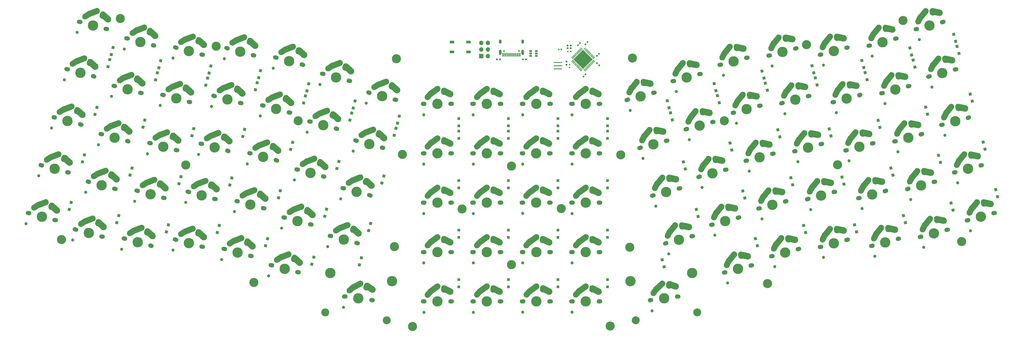
<source format=gbr>
%TF.GenerationSoftware,KiCad,Pcbnew,(5.99.0-12367-g21313a4c1a)*%
%TF.CreationDate,2021-09-16T13:14:42+01:00*%
%TF.ProjectId,superlyra,73757065-726c-4797-9261-2e6b69636164,0.1*%
%TF.SameCoordinates,Original*%
%TF.FileFunction,Soldermask,Top*%
%TF.FilePolarity,Negative*%
%FSLAX46Y46*%
G04 Gerber Fmt 4.6, Leading zero omitted, Abs format (unit mm)*
G04 Created by KiCad (PCBNEW (5.99.0-12367-g21313a4c1a)) date 2021-09-16 13:14:42*
%MOMM*%
%LPD*%
G01*
G04 APERTURE LIST*
G04 Aperture macros list*
%AMRoundRect*
0 Rectangle with rounded corners*
0 $1 Rounding radius*
0 $2 $3 $4 $5 $6 $7 $8 $9 X,Y pos of 4 corners*
0 Add a 4 corners polygon primitive as box body*
4,1,4,$2,$3,$4,$5,$6,$7,$8,$9,$2,$3,0*
0 Add four circle primitives for the rounded corners*
1,1,$1+$1,$2,$3*
1,1,$1+$1,$4,$5*
1,1,$1+$1,$6,$7*
1,1,$1+$1,$8,$9*
0 Add four rect primitives between the rounded corners*
20,1,$1+$1,$2,$3,$4,$5,0*
20,1,$1+$1,$4,$5,$6,$7,0*
20,1,$1+$1,$6,$7,$8,$9,0*
20,1,$1+$1,$8,$9,$2,$3,0*%
%AMHorizOval*
0 Thick line with rounded ends*
0 $1 width*
0 $2 $3 position (X,Y) of the first rounded end (center of the circle)*
0 $4 $5 position (X,Y) of the second rounded end (center of the circle)*
0 Add line between two ends*
20,1,$1,$2,$3,$4,$5,0*
0 Add two circle primitives to create the rounded ends*
1,1,$1,$2,$3*
1,1,$1,$4,$5*%
%AMRotRect*
0 Rectangle, with rotation*
0 The origin of the aperture is its center*
0 $1 length*
0 $2 width*
0 $3 Rotation angle, in degrees counterclockwise*
0 Add horizontal line*
21,1,$1,$2,0,0,$3*%
G04 Aperture macros list end*
%ADD10RotRect,0.600000X0.500000X45.000000*%
%ADD11RotRect,0.600000X0.500000X225.000000*%
%ADD12R,0.600000X0.500000*%
%ADD13R,1.700000X1.700000*%
%ADD14O,1.700000X1.700000*%
%ADD15RoundRect,0.160000X0.197500X0.160000X-0.197500X0.160000X-0.197500X-0.160000X0.197500X-0.160000X0*%
%ADD16RoundRect,0.160000X-0.160000X0.197500X-0.160000X-0.197500X0.160000X-0.197500X0.160000X0.197500X0*%
%ADD17RoundRect,0.160000X0.252791X-0.026517X-0.026517X0.252791X-0.252791X0.026517X0.026517X-0.252791X0*%
%ADD18RoundRect,0.160000X-0.197500X-0.160000X0.197500X-0.160000X0.197500X0.160000X-0.197500X0.160000X0*%
%ADD19RoundRect,0.062500X-0.380070X0.291682X0.291682X-0.380070X0.380070X-0.291682X-0.291682X0.380070X0*%
%ADD20RoundRect,0.062500X-0.380070X-0.291682X-0.291682X-0.380070X0.380070X0.291682X0.291682X0.380070X0*%
%ADD21RotRect,5.200000X5.200000X315.000000*%
%ADD22R,1.060000X0.650000*%
%ADD23C,3.987800*%
%ADD24C,1.700000*%
%ADD25C,3.048000*%
%ADD26C,1.750000*%
%ADD27C,1.200000*%
%ADD28HorizOval,2.250000X0.057457X0.284954X-0.057457X-0.284954X0*%
%ADD29C,2.250000*%
%ADD30HorizOval,2.500000X1.030158X-0.708008X-1.030158X0.708008X0*%
%ADD31C,2.000000*%
%ADD32HorizOval,2.300000X1.406107X0.763454X-1.406107X-0.763454X0*%
%ADD33HorizOval,2.250000X0.744677X0.638265X-0.744677X-0.638265X0*%
%ADD34HorizOval,2.500000X1.178302X-0.417259X-1.178302X0.417259X0*%
%ADD35HorizOval,2.250000X-0.018253X0.290115X0.018253X-0.290115X0*%
%ADD36HorizOval,2.300000X1.160599X1.101367X-1.160599X-1.101367X0*%
%ADD37HorizOval,2.250000X0.554107X0.809253X-0.554107X-0.809253X0*%
%ADD38HorizOval,2.500000X0.928931X-0.836413X-0.928931X0.836413X0*%
%ADD39HorizOval,2.250000X0.094159X0.275017X-0.094159X-0.275017X0*%
%ADD40HorizOval,2.300000X1.493729X0.573389X-1.493729X-0.573389X0*%
%ADD41HorizOval,2.250000X0.821616X0.535605X-0.821616X-0.535605X0*%
%ADD42HorizOval,2.500000X1.113758X-0.567488X-1.113758X0.567488X0*%
%ADD43HorizOval,2.250000X0.019771X0.290016X-0.019771X-0.290016X0*%
%ADD44HorizOval,2.250000X0.654995X0.730004X-0.654995X-0.730004X0*%
%ADD45HorizOval,2.300000X1.294427X0.940456X-1.294427X-0.940456X0*%
%ADD46HorizOval,2.500000X1.222685X-0.259890X-1.222685X0.259890X0*%
%ADD47HorizOval,2.250000X-0.055964X0.285251X0.055964X-0.285251X0*%
%ADD48HorizOval,2.300000X1.006913X1.243434X-1.006913X-1.243434X0*%
%ADD49HorizOval,2.250000X0.443738X0.874655X-0.443738X-0.874655X0*%
%ADD50C,0.650000*%
%ADD51R,0.600000X1.450000*%
%ADD52R,0.300000X1.450000*%
%ADD53O,1.000000X2.100000*%
%ADD54O,1.000000X1.600000*%
%ADD55R,1.700000X1.000000*%
%ADD56RotRect,1.100000X1.100000X75.000000*%
%ADD57R,1.100000X1.100000*%
%ADD58RotRect,1.100000X1.100000X105.000000*%
%ADD59RotRect,1.100000X1.100000X255.000000*%
%ADD60RotRect,1.100000X1.100000X285.000000*%
%ADD61RoundRect,0.147500X0.147500X0.172500X-0.147500X0.172500X-0.147500X-0.172500X0.147500X-0.172500X0*%
%ADD62C,3.500000*%
%ADD63R,0.500000X0.600000*%
%ADD64R,3.200000X0.400000*%
G04 APERTURE END LIST*
D10*
%TO.C,C2*%
X238381091Y-78688909D03*
X239158909Y-77911091D03*
%TD*%
%TO.C,C3*%
X242771091Y-83218909D03*
X243548909Y-82441091D03*
%TD*%
D11*
%TO.C,C4*%
X238418909Y-90371091D03*
X237641091Y-91148909D03*
%TD*%
D12*
%TO.C,C5*%
X232706000Y-81534000D03*
X231606000Y-81534000D03*
%TD*%
D13*
%TO.C,J2*%
X198374000Y-83312000D03*
D14*
X200914000Y-83312000D03*
X198374000Y-80772000D03*
X200914000Y-80772000D03*
X198374000Y-78232000D03*
X200914000Y-78232000D03*
%TD*%
D15*
%TO.C,R1*%
X232753500Y-80264000D03*
X231558500Y-80264000D03*
%TD*%
%TO.C,R2*%
X232753500Y-79248000D03*
X231558500Y-79248000D03*
%TD*%
D16*
%TO.C,R3*%
X231140000Y-85381500D03*
X231140000Y-86576500D03*
%TD*%
D17*
%TO.C,R4*%
X243612496Y-86822496D03*
X242767504Y-85977504D03*
%TD*%
D15*
%TO.C,R5*%
X215537500Y-84530000D03*
X214342500Y-84530000D03*
%TD*%
D18*
%TO.C,R6*%
X204352500Y-84540000D03*
X205547500Y-84540000D03*
%TD*%
D19*
%TO.C,U1*%
X236897798Y-80454264D03*
X236544245Y-80807818D03*
X236190691Y-81161371D03*
X235837138Y-81514924D03*
X235483585Y-81868478D03*
X235130031Y-82222031D03*
X234776478Y-82575585D03*
X234422924Y-82929138D03*
X234069371Y-83282691D03*
X233715818Y-83636245D03*
X233362264Y-83989798D03*
D20*
X233362264Y-85174202D03*
X233715818Y-85527755D03*
X234069371Y-85881309D03*
X234422924Y-86234862D03*
X234776478Y-86588415D03*
X235130031Y-86941969D03*
X235483585Y-87295522D03*
X235837138Y-87649076D03*
X236190691Y-88002629D03*
X236544245Y-88356182D03*
X236897798Y-88709736D03*
D19*
X238082202Y-88709736D03*
X238435755Y-88356182D03*
X238789309Y-88002629D03*
X239142862Y-87649076D03*
X239496415Y-87295522D03*
X239849969Y-86941969D03*
X240203522Y-86588415D03*
X240557076Y-86234862D03*
X240910629Y-85881309D03*
X241264182Y-85527755D03*
X241617736Y-85174202D03*
D20*
X241617736Y-83989798D03*
X241264182Y-83636245D03*
X240910629Y-83282691D03*
X240557076Y-82929138D03*
X240203522Y-82575585D03*
X239849969Y-82222031D03*
X239496415Y-81868478D03*
X239142862Y-81514924D03*
X238789309Y-81161371D03*
X238435755Y-80807818D03*
X238082202Y-80454264D03*
D21*
X237490000Y-84582000D03*
%TD*%
D22*
%TO.C,U2*%
X217340000Y-81346000D03*
X217340000Y-82296000D03*
X217340000Y-83246000D03*
X219540000Y-83246000D03*
X219540000Y-82296000D03*
X219540000Y-81346000D03*
%TD*%
D10*
%TO.C,C1*%
X235531091Y-79108909D03*
X236308909Y-78331091D03*
%TD*%
D23*
%TO.C,SW79*%
X140371625Y-166787401D03*
D24*
X156582947Y-177247894D03*
D25*
X138382406Y-181897021D03*
D23*
X151130000Y-176530000D03*
D26*
X146093460Y-175866927D03*
D27*
X145406448Y-180012722D03*
D25*
X162054143Y-185013464D03*
D26*
X156166540Y-177193073D03*
D24*
X145677053Y-175812106D03*
D23*
X164043362Y-169903844D03*
D28*
X154253437Y-172109860D03*
D29*
X154311343Y-171824997D03*
D30*
X155504171Y-172494419D03*
D31*
X156583224Y-173415140D03*
D30*
X155504171Y-172494419D03*
D32*
X150500784Y-171579519D03*
D33*
X148428809Y-172876160D03*
D32*
X150500784Y-171579519D03*
D29*
X149173493Y-172237905D03*
D31*
X151900105Y-170680475D03*
%TD*%
D27*
%TO.C,SW84*%
X263977868Y-181375415D03*
D23*
X279363375Y-166787401D03*
D25*
X257680857Y-185013464D03*
X281352594Y-181897021D03*
D26*
X273641540Y-175866927D03*
D24*
X263152053Y-177247894D03*
D26*
X263568460Y-177193073D03*
D23*
X255691638Y-169903844D03*
X268605000Y-176530000D03*
D24*
X274057947Y-175812106D03*
D29*
X270460197Y-171161924D03*
D34*
X271785639Y-171499809D03*
D31*
X273066225Y-172109879D03*
D34*
X271785639Y-171499809D03*
D35*
X270477991Y-171452068D03*
D36*
X266715946Y-171911055D03*
X266715946Y-171911055D03*
D37*
X265050166Y-173699782D03*
D29*
X265604283Y-172890536D03*
D31*
X267834895Y-170680475D03*
%TD*%
D26*
%TO.C,SW1*%
X54075933Y-72808264D03*
D27*
X43039857Y-74199316D03*
D26*
X44262127Y-70178662D03*
D24*
X43856438Y-70069958D03*
X54481622Y-72916968D03*
D23*
X49169030Y-71493463D03*
D38*
X53966788Y-68308696D03*
D29*
X52937282Y-67243960D03*
D31*
X54982172Y-69117040D03*
D38*
X53966788Y-68308696D03*
D39*
X52842689Y-67518827D03*
D40*
X49191365Y-66503205D03*
X49191365Y-66503205D03*
D29*
X47789492Y-66982712D03*
D41*
X46967869Y-67518306D03*
D31*
X50696062Y-65794501D03*
%TD*%
D26*
%TO.C,SW2*%
X72233932Y-79163835D03*
D27*
X61197856Y-80554887D03*
D23*
X67327029Y-77849034D03*
D26*
X62420126Y-76534233D03*
D24*
X72639621Y-79272539D03*
X62014437Y-76425529D03*
D38*
X72124787Y-74664267D03*
D31*
X73140171Y-75472611D03*
D38*
X72124787Y-74664267D03*
D39*
X71000688Y-73874398D03*
D29*
X71095281Y-73599531D03*
D40*
X67349364Y-72858776D03*
D29*
X65947491Y-73338283D03*
D40*
X67349364Y-72858776D03*
D41*
X65125868Y-73873877D03*
D31*
X68854061Y-72150072D03*
%TD*%
D27*
%TO.C,SW3*%
X79894380Y-84064145D03*
D23*
X86023553Y-81358292D03*
D26*
X90930456Y-82673093D03*
D24*
X80710961Y-79934787D03*
X91336145Y-82781797D03*
D26*
X81116650Y-80043491D03*
D38*
X90821311Y-78173525D03*
X90821311Y-78173525D03*
D29*
X89791805Y-77108789D03*
D39*
X89697212Y-77383656D03*
D31*
X91836695Y-78981869D03*
D40*
X86045888Y-76368034D03*
D29*
X84644015Y-76847541D03*
D40*
X86045888Y-76368034D03*
D41*
X83822392Y-77383135D03*
D31*
X87550585Y-75659330D03*
%TD*%
D24*
%TO.C,SW4*%
X100422124Y-80203996D03*
D26*
X100827813Y-80312700D03*
X110641619Y-82942302D03*
D23*
X105734716Y-81627501D03*
D24*
X111047308Y-83051006D03*
D27*
X99605543Y-84333354D03*
D38*
X110532474Y-78442734D03*
D39*
X109408375Y-77652865D03*
D31*
X111547858Y-79251078D03*
D38*
X110532474Y-78442734D03*
D29*
X109502968Y-77377998D03*
D40*
X105757051Y-76637243D03*
D31*
X107261748Y-75928539D03*
D29*
X104355178Y-77116750D03*
D41*
X103533555Y-77652344D03*
D40*
X105757051Y-76637243D03*
%TD*%
D24*
%TO.C,SW5*%
X119194668Y-83809695D03*
D27*
X118378087Y-87939053D03*
D24*
X129819852Y-86656705D03*
D23*
X124507260Y-85233200D03*
D26*
X129414163Y-86548001D03*
X119600357Y-83918399D03*
D29*
X128275512Y-80983697D03*
D38*
X129305018Y-82048433D03*
X129305018Y-82048433D03*
D39*
X128180919Y-81258564D03*
D31*
X130320402Y-82856777D03*
D29*
X123127722Y-80722449D03*
D40*
X124529595Y-80242942D03*
D31*
X126034292Y-79534238D03*
D40*
X124529595Y-80242942D03*
D41*
X122306099Y-81258043D03*
%TD*%
D24*
%TO.C,SW6*%
X147844394Y-92910124D03*
D23*
X142531802Y-91486619D03*
D26*
X137624899Y-90171818D03*
D27*
X136402629Y-94192472D03*
D24*
X137219210Y-90063114D03*
D26*
X147438705Y-92801420D03*
D31*
X148344944Y-89110196D03*
D38*
X147329560Y-88301852D03*
D39*
X146205461Y-87511983D03*
D38*
X147329560Y-88301852D03*
D29*
X146300054Y-87237116D03*
D41*
X140330641Y-87511462D03*
D31*
X144058834Y-85787657D03*
D40*
X142554137Y-86496361D03*
X142554137Y-86496361D03*
D29*
X141152264Y-86975868D03*
%TD*%
D24*
%TO.C,SW7*%
X165584699Y-100158943D03*
D27*
X154142934Y-101441291D03*
D23*
X160272107Y-98735438D03*
D26*
X155365204Y-97420637D03*
X165179010Y-100050239D03*
D24*
X154959515Y-97311933D03*
D29*
X164040359Y-94485935D03*
D38*
X165069865Y-95550671D03*
X165069865Y-95550671D03*
D31*
X166085249Y-96359015D03*
D39*
X163945766Y-94760802D03*
D31*
X161799139Y-93036476D03*
D41*
X158070946Y-94760281D03*
D40*
X160294442Y-93745180D03*
D29*
X158892569Y-94224687D03*
D40*
X160294442Y-93745180D03*
%TD*%
D24*
%TO.C,SW8*%
X175980027Y-101668860D03*
D26*
X186560027Y-101668860D03*
D27*
X176260027Y-105868860D03*
D26*
X176400027Y-101668860D03*
D24*
X186980027Y-101668860D03*
D23*
X181480027Y-101668860D03*
D42*
X185290027Y-97350860D03*
D43*
X183999798Y-96878844D03*
D29*
X184020027Y-96588860D03*
D42*
X185290027Y-97350860D03*
D31*
X186480027Y-97868860D03*
X181480027Y-95768860D03*
D44*
X178325022Y-98398856D03*
D45*
X180210027Y-96842860D03*
D29*
X178980027Y-97668860D03*
D45*
X180210027Y-96842860D03*
%TD*%
D23*
%TO.C,SW9*%
X200463938Y-101669622D03*
D27*
X195243938Y-105869622D03*
D26*
X195383938Y-101669622D03*
D24*
X205963938Y-101669622D03*
D26*
X205543938Y-101669622D03*
D24*
X194963938Y-101669622D03*
D29*
X203003938Y-96589622D03*
D42*
X204273938Y-97351622D03*
D43*
X202983709Y-96879606D03*
D42*
X204273938Y-97351622D03*
D31*
X205463938Y-97869622D03*
D44*
X197308933Y-98399618D03*
D45*
X199193938Y-96843622D03*
D31*
X200463938Y-95769622D03*
D29*
X197963938Y-97669622D03*
D45*
X199193938Y-96843622D03*
%TD*%
D26*
%TO.C,SW10*%
X224548099Y-101669850D03*
X214388099Y-101669850D03*
D24*
X213968099Y-101669850D03*
D27*
X214248099Y-105869850D03*
D23*
X219468099Y-101669850D03*
D24*
X224968099Y-101669850D03*
D29*
X222008099Y-96589850D03*
D31*
X224468099Y-97869850D03*
D42*
X223278099Y-97351850D03*
X223278099Y-97351850D03*
D43*
X221987870Y-96879834D03*
D45*
X218198099Y-96843850D03*
D29*
X216968099Y-97669850D03*
D44*
X216313094Y-98399846D03*
D31*
X219468099Y-95769850D03*
D45*
X218198099Y-96843850D03*
%TD*%
D26*
%TO.C,SW11*%
X243536946Y-101669702D03*
D27*
X233236946Y-105869702D03*
D24*
X232956946Y-101669702D03*
D23*
X238456946Y-101669702D03*
D26*
X233376946Y-101669702D03*
D24*
X243956946Y-101669702D03*
D42*
X242266946Y-97351702D03*
D29*
X240996946Y-96589702D03*
D42*
X242266946Y-97351702D03*
D31*
X243456946Y-97869702D03*
D43*
X240976717Y-96879686D03*
D44*
X235301941Y-98399698D03*
D45*
X237186946Y-96843702D03*
D29*
X235956946Y-97669702D03*
D31*
X238456946Y-95769702D03*
D45*
X237186946Y-96843702D03*
%TD*%
D24*
%TO.C,SW12*%
X264855515Y-97355110D03*
X254230331Y-100202120D03*
D23*
X259542923Y-98778615D03*
D27*
X255587830Y-104186539D03*
D26*
X264449826Y-97463814D03*
X254636020Y-100093416D03*
D31*
X263389040Y-93814002D03*
D46*
X262105520Y-93621647D03*
D29*
X260681574Y-93214311D03*
D46*
X262105520Y-93621647D03*
D47*
X260737088Y-93499650D03*
D29*
X256092832Y-95561959D03*
D48*
X257067136Y-94445757D03*
D31*
X258015891Y-93079653D03*
D49*
X255649083Y-96436609D03*
D48*
X257067136Y-94445757D03*
%TD*%
D27*
%TO.C,SW13*%
X273307922Y-96958937D03*
D23*
X277263015Y-91551013D03*
D26*
X282169918Y-90236212D03*
D24*
X282575607Y-90127508D03*
D26*
X272356112Y-92865814D03*
D24*
X271950423Y-92974518D03*
D29*
X278401666Y-85986709D03*
D31*
X281109132Y-86586400D03*
D47*
X278457180Y-86272048D03*
D46*
X279825612Y-86394045D03*
X279825612Y-86394045D03*
D31*
X275735983Y-85852051D03*
D29*
X273812924Y-88334357D03*
D49*
X273369175Y-89209007D03*
D48*
X274787228Y-87218155D03*
X274787228Y-87218155D03*
%TD*%
D24*
%TO.C,SW14*%
X300611615Y-83874893D03*
X289986431Y-86721903D03*
D27*
X291343930Y-90706322D03*
D23*
X295299023Y-85298398D03*
D26*
X300205926Y-83983597D03*
X290392120Y-86613199D03*
D46*
X297861620Y-80141430D03*
D47*
X296493188Y-80019433D03*
D31*
X299145140Y-80333785D03*
D29*
X296437674Y-79734094D03*
D46*
X297861620Y-80141430D03*
D48*
X292823236Y-80965540D03*
D49*
X291405183Y-82956392D03*
D31*
X293771991Y-79599436D03*
D48*
X292823236Y-80965540D03*
D29*
X291848932Y-82081742D03*
%TD*%
D23*
%TO.C,SW15*%
X314083964Y-81715986D03*
D26*
X309177061Y-83030787D03*
D24*
X308771372Y-83139491D03*
D27*
X310128871Y-87123910D03*
D26*
X318990867Y-80401185D03*
D24*
X319396556Y-80292481D03*
D31*
X317930081Y-76751373D03*
D47*
X315278129Y-76437021D03*
D46*
X316646561Y-76559018D03*
X316646561Y-76559018D03*
D29*
X315222615Y-76151682D03*
D49*
X310190124Y-79373980D03*
D48*
X311608177Y-77383128D03*
X311608177Y-77383128D03*
D29*
X310633873Y-78499330D03*
D31*
X312556932Y-76017024D03*
%TD*%
D24*
%TO.C,SW16*%
X339095382Y-79960634D03*
X328470198Y-82807644D03*
D23*
X333782790Y-81384139D03*
D26*
X328875887Y-82698940D03*
X338689693Y-80069338D03*
D27*
X329827697Y-86792063D03*
D47*
X334976955Y-76105174D03*
D31*
X337628907Y-76419526D03*
D46*
X336345387Y-76227171D03*
X336345387Y-76227171D03*
D29*
X334921441Y-75819835D03*
D31*
X332255758Y-75685177D03*
D48*
X331307003Y-77051281D03*
D29*
X330332699Y-78167483D03*
D48*
X331307003Y-77051281D03*
D49*
X329888950Y-79042133D03*
%TD*%
D26*
%TO.C,SW17*%
X347610863Y-79246791D03*
D27*
X348562673Y-83339914D03*
D26*
X357424669Y-76617189D03*
D23*
X352517766Y-77931990D03*
D24*
X357830358Y-76508485D03*
X347205174Y-79355495D03*
D46*
X355080363Y-72775022D03*
D31*
X356363883Y-72967377D03*
D46*
X355080363Y-72775022D03*
D47*
X353711931Y-72653025D03*
D29*
X353656417Y-72367686D03*
D31*
X350990734Y-72233028D03*
D48*
X350041979Y-73599132D03*
D49*
X348623926Y-75589984D03*
D29*
X349067675Y-74715334D03*
D48*
X350041979Y-73599132D03*
%TD*%
D24*
%TO.C,SW18*%
X375892053Y-70116196D03*
D23*
X370579461Y-71539701D03*
D26*
X375486364Y-70224900D03*
D24*
X365266869Y-72963206D03*
D26*
X365672558Y-72854502D03*
D27*
X366624368Y-76947625D03*
D46*
X373142058Y-66382733D03*
X373142058Y-66382733D03*
D29*
X371718112Y-65975397D03*
D47*
X371773626Y-66260736D03*
D31*
X374425578Y-66575088D03*
X369052429Y-65840739D03*
D49*
X366685621Y-69197695D03*
D48*
X368103674Y-67206843D03*
X368103674Y-67206843D03*
D29*
X367129370Y-68323045D03*
%TD*%
D24*
%TO.C,SW19*%
X38987901Y-88298939D03*
D26*
X39393590Y-88407643D03*
D24*
X49613085Y-91145949D03*
D27*
X38171320Y-92428297D03*
D26*
X49207396Y-91037245D03*
D23*
X44300493Y-89722444D03*
D31*
X50113635Y-87346021D03*
D38*
X49098251Y-86537677D03*
D29*
X48068745Y-85472941D03*
D38*
X49098251Y-86537677D03*
D39*
X47974152Y-85747808D03*
D29*
X42920955Y-85211693D03*
D40*
X44322828Y-84732186D03*
X44322828Y-84732186D03*
D31*
X45827525Y-84023482D03*
D41*
X42099332Y-85747287D03*
%TD*%
D23*
%TO.C,SW20*%
X62430262Y-96115170D03*
D26*
X57523359Y-94800369D03*
D24*
X57117670Y-94691665D03*
D27*
X56301089Y-98821023D03*
D26*
X67337165Y-97429971D03*
D24*
X67742854Y-97538675D03*
D38*
X67228020Y-92930403D03*
D29*
X66198514Y-91865667D03*
D39*
X66103921Y-92140534D03*
D38*
X67228020Y-92930403D03*
D31*
X68243404Y-93738747D03*
D40*
X62452597Y-91124912D03*
X62452597Y-91124912D03*
D41*
X60229101Y-92140013D03*
D29*
X61050724Y-91604419D03*
D31*
X63957294Y-90416208D03*
%TD*%
D24*
%TO.C,SW21*%
X75818579Y-98161670D03*
D26*
X86038074Y-100899976D03*
D23*
X81131171Y-99585175D03*
D26*
X76224268Y-98270374D03*
D24*
X86443763Y-101008680D03*
D27*
X75001998Y-102291028D03*
D29*
X84899423Y-95335672D03*
D31*
X86944313Y-97208752D03*
D38*
X85928929Y-96400408D03*
X85928929Y-96400408D03*
D39*
X84804830Y-95610539D03*
D29*
X79751633Y-95074424D03*
D41*
X78930010Y-95610018D03*
D40*
X81153506Y-94594917D03*
D31*
X82658203Y-93886213D03*
D40*
X81153506Y-94594917D03*
%TD*%
D24*
%TO.C,SW22*%
X106133976Y-101420055D03*
D26*
X105728287Y-101311351D03*
X95914481Y-98681749D03*
D23*
X100821384Y-99996550D03*
D27*
X94692211Y-102702403D03*
D24*
X95508792Y-98573045D03*
D38*
X105619142Y-96811783D03*
D31*
X106634526Y-97620127D03*
D29*
X104589636Y-95747047D03*
D38*
X105619142Y-96811783D03*
D39*
X104495043Y-96021914D03*
D29*
X99441846Y-95485799D03*
D40*
X100843719Y-95006292D03*
D31*
X102348416Y-94297588D03*
D40*
X100843719Y-95006292D03*
D41*
X98620223Y-96021393D03*
%TD*%
D26*
%TO.C,SW23*%
X124432456Y-104965212D03*
X114618650Y-102335610D03*
D27*
X113396380Y-106356264D03*
D24*
X114212961Y-102226906D03*
D23*
X119525553Y-103650411D03*
D24*
X124838145Y-105073916D03*
D38*
X124323311Y-100465644D03*
D29*
X123293805Y-99400908D03*
D38*
X124323311Y-100465644D03*
D31*
X125338695Y-101273988D03*
D39*
X123199212Y-99675775D03*
D41*
X117324392Y-99675254D03*
D40*
X119547888Y-98660153D03*
D31*
X121052585Y-97951449D03*
D40*
X119547888Y-98660153D03*
D29*
X118146015Y-99139660D03*
%TD*%
D26*
%TO.C,SW24*%
X132694801Y-108568105D03*
D27*
X131472531Y-112588759D03*
D26*
X142508607Y-111197707D03*
D24*
X132289112Y-108459401D03*
D23*
X137601704Y-109882906D03*
D24*
X142914296Y-111306411D03*
D38*
X142399462Y-106698139D03*
D29*
X141369956Y-105633403D03*
D39*
X141275363Y-105908270D03*
D38*
X142399462Y-106698139D03*
D31*
X143414846Y-107506483D03*
D41*
X135400543Y-105907749D03*
D40*
X137624039Y-104892648D03*
D31*
X139128736Y-104183944D03*
D29*
X136222166Y-105372155D03*
D40*
X137624039Y-104892648D03*
%TD*%
D24*
%TO.C,SW25*%
X160607546Y-118604285D03*
D27*
X149165781Y-119886633D03*
D26*
X150388051Y-115865979D03*
D24*
X149982362Y-115757275D03*
D23*
X155294954Y-117180780D03*
D26*
X160201857Y-118495581D03*
D38*
X160092712Y-113996013D03*
D29*
X159063206Y-112931277D03*
D39*
X158968613Y-113206144D03*
D31*
X161108096Y-114804357D03*
D38*
X160092712Y-113996013D03*
D40*
X155317289Y-112190522D03*
D29*
X153915416Y-112670029D03*
D40*
X155317289Y-112190522D03*
D41*
X153093793Y-113205623D03*
D31*
X156821986Y-111481818D03*
%TD*%
D24*
%TO.C,SW26*%
X175982461Y-120687059D03*
D23*
X181482461Y-120687059D03*
D26*
X186562461Y-120687059D03*
X176402461Y-120687059D03*
D27*
X176262461Y-124887059D03*
D24*
X186982461Y-120687059D03*
D29*
X184022461Y-115607059D03*
D42*
X185292461Y-116369059D03*
X185292461Y-116369059D03*
D31*
X186482461Y-116887059D03*
D43*
X184002232Y-115897043D03*
D29*
X178982461Y-116687059D03*
D31*
X181482461Y-114787059D03*
D45*
X180212461Y-115861059D03*
X180212461Y-115861059D03*
D44*
X178327456Y-117417055D03*
%TD*%
D27*
%TO.C,SW27*%
X195249234Y-124888156D03*
D24*
X205969234Y-120688156D03*
X194969234Y-120688156D03*
D26*
X195389234Y-120688156D03*
D23*
X200469234Y-120688156D03*
D26*
X205549234Y-120688156D03*
D42*
X204279234Y-116370156D03*
D43*
X202989005Y-115898140D03*
D31*
X205469234Y-116888156D03*
D29*
X203009234Y-115608156D03*
D42*
X204279234Y-116370156D03*
D31*
X200469234Y-114788156D03*
D44*
X197314229Y-117418152D03*
D45*
X199199234Y-115862156D03*
D29*
X197969234Y-116688156D03*
D45*
X199199234Y-115862156D03*
%TD*%
D26*
%TO.C,SW28*%
X214379244Y-120688139D03*
D24*
X213959244Y-120688139D03*
D27*
X214239244Y-124888139D03*
D23*
X219459244Y-120688139D03*
D24*
X224959244Y-120688139D03*
D26*
X224539244Y-120688139D03*
D29*
X221999244Y-115608139D03*
D31*
X224459244Y-116888139D03*
D42*
X223269244Y-116370139D03*
X223269244Y-116370139D03*
D43*
X221979015Y-115898123D03*
D45*
X218189244Y-115862139D03*
D29*
X216959244Y-116688139D03*
D31*
X219459244Y-114788139D03*
D45*
X218189244Y-115862139D03*
D44*
X216304239Y-117418135D03*
%TD*%
D23*
%TO.C,SW29*%
X238440303Y-120688345D03*
D27*
X233220303Y-124888345D03*
D26*
X243520303Y-120688345D03*
D24*
X232940303Y-120688345D03*
X243940303Y-120688345D03*
D26*
X233360303Y-120688345D03*
D31*
X243440303Y-116888345D03*
D29*
X240980303Y-115608345D03*
D42*
X242250303Y-116370345D03*
X242250303Y-116370345D03*
D43*
X240960074Y-115898329D03*
D45*
X237170303Y-115862345D03*
X237170303Y-115862345D03*
D31*
X238440303Y-114788345D03*
D29*
X235940303Y-116688345D03*
D44*
X235285298Y-117418341D03*
%TD*%
D24*
%TO.C,SW30*%
X259139704Y-118673038D03*
D26*
X259545393Y-118564334D03*
D23*
X264452296Y-117249533D03*
D27*
X260497203Y-122657457D03*
D26*
X269359199Y-115934732D03*
D24*
X269764888Y-115826028D03*
D47*
X265646461Y-111970568D03*
D31*
X268298413Y-112284920D03*
D46*
X267014893Y-112092565D03*
D29*
X265590947Y-111685229D03*
D46*
X267014893Y-112092565D03*
D49*
X260558456Y-114907527D03*
D48*
X261976509Y-112916675D03*
D29*
X261002205Y-114032877D03*
D48*
X261976509Y-112916675D03*
D31*
X262925264Y-111550571D03*
%TD*%
D24*
%TO.C,SW31*%
X287517001Y-108610731D03*
D23*
X282204409Y-110034236D03*
D24*
X276891817Y-111457741D03*
D27*
X278249316Y-115442160D03*
D26*
X287111312Y-108719435D03*
X277297506Y-111349037D03*
D47*
X283398574Y-104755271D03*
D46*
X284767006Y-104877268D03*
D29*
X283343060Y-104469932D03*
D46*
X284767006Y-104877268D03*
D31*
X286050526Y-105069623D03*
D29*
X278754318Y-106817580D03*
D48*
X279728622Y-105701378D03*
X279728622Y-105701378D03*
D49*
X278310569Y-107692230D03*
D31*
X280677377Y-104335274D03*
%TD*%
D24*
%TO.C,SW32*%
X294999323Y-105159717D03*
D27*
X296356822Y-109144136D03*
D26*
X305218818Y-102421411D03*
X295405012Y-105051013D03*
D23*
X300311915Y-103736212D03*
D24*
X305624507Y-102312707D03*
D29*
X301450566Y-98171908D03*
D47*
X301506080Y-98457247D03*
D46*
X302874512Y-98579244D03*
D31*
X304158032Y-98771599D03*
D46*
X302874512Y-98579244D03*
D49*
X296418075Y-101394206D03*
D31*
X298784883Y-98037250D03*
D29*
X296861824Y-100519556D03*
D48*
X297836128Y-99403354D03*
X297836128Y-99403354D03*
%TD*%
D24*
%TO.C,SW33*%
X313692131Y-101484283D03*
D26*
X314097820Y-101375579D03*
D27*
X315049630Y-105468702D03*
D24*
X324317315Y-98637273D03*
D23*
X319004723Y-100060778D03*
D26*
X323911626Y-98745977D03*
D29*
X320143374Y-94496474D03*
D46*
X321567320Y-94903810D03*
D47*
X320198888Y-94781813D03*
D46*
X321567320Y-94903810D03*
D31*
X322850840Y-95096165D03*
D48*
X316528936Y-95727920D03*
D29*
X315554632Y-96844122D03*
D31*
X317477691Y-94361816D03*
D49*
X315110883Y-97718772D03*
D48*
X316528936Y-95727920D03*
%TD*%
D23*
%TO.C,SW34*%
X338677427Y-99665571D03*
D24*
X343990019Y-98242066D03*
D26*
X333770524Y-100980372D03*
X343584330Y-98350770D03*
D24*
X333364835Y-101089076D03*
D27*
X334722334Y-105073495D03*
D31*
X342523544Y-94700958D03*
D46*
X341240024Y-94508603D03*
D47*
X339871592Y-94386606D03*
D29*
X339816078Y-94101267D03*
D46*
X341240024Y-94508603D03*
D49*
X334783587Y-97323565D03*
D29*
X335227336Y-96448915D03*
D48*
X336201640Y-95332713D03*
X336201640Y-95332713D03*
D31*
X337150395Y-93966609D03*
%TD*%
D23*
%TO.C,SW35*%
X357425807Y-96201247D03*
D26*
X352518904Y-97516048D03*
X362332710Y-94886446D03*
D27*
X353470714Y-101609171D03*
D24*
X362738399Y-94777742D03*
X352113215Y-97624752D03*
D29*
X358564458Y-90636943D03*
D47*
X358619972Y-90922282D03*
D31*
X361271924Y-91236634D03*
D46*
X359988404Y-91044279D03*
X359988404Y-91044279D03*
D29*
X353975716Y-92984591D03*
D49*
X353531967Y-93859241D03*
D48*
X354950020Y-91868389D03*
D31*
X355898775Y-90502285D03*
D48*
X354950020Y-91868389D03*
%TD*%
D24*
%TO.C,SW36*%
X380770215Y-88387067D03*
X370145031Y-91234077D03*
D26*
X370550720Y-91125373D03*
D23*
X375457623Y-89810572D03*
D27*
X371502530Y-95218496D03*
D26*
X380364526Y-88495771D03*
D46*
X378020220Y-84653604D03*
D47*
X376651788Y-84531607D03*
D46*
X378020220Y-84653604D03*
D31*
X379303740Y-84845959D03*
D29*
X376596274Y-84246268D03*
D48*
X372981836Y-85477714D03*
D49*
X371563783Y-87468566D03*
D29*
X372007532Y-86593916D03*
D31*
X373930591Y-84111610D03*
D48*
X372981836Y-85477714D03*
%TD*%
D24*
%TO.C,SW37*%
X34056395Y-106846303D03*
D26*
X34462084Y-106955007D03*
D27*
X33239814Y-110975661D03*
D26*
X44275890Y-109584609D03*
D24*
X44681579Y-109693313D03*
D23*
X39368987Y-108269808D03*
D38*
X44166745Y-105085041D03*
D39*
X43042646Y-104295172D03*
D31*
X45182129Y-105893385D03*
D29*
X43137239Y-104020305D03*
D38*
X44166745Y-105085041D03*
D41*
X37167826Y-104294651D03*
D29*
X37989449Y-103759057D03*
D40*
X39391322Y-103279550D03*
D31*
X40896019Y-102570846D03*
D40*
X39391322Y-103279550D03*
%TD*%
D26*
%TO.C,SW38*%
X62326470Y-116002356D03*
D24*
X52106975Y-113264050D03*
D27*
X51290394Y-117393408D03*
D24*
X62732159Y-116111060D03*
D23*
X57419567Y-114687555D03*
D26*
X52512664Y-113372754D03*
D31*
X63232709Y-112311132D03*
D38*
X62217325Y-111502788D03*
D39*
X61093226Y-110712919D03*
D38*
X62217325Y-111502788D03*
D29*
X61187819Y-110438052D03*
D40*
X57441902Y-109697297D03*
D31*
X58946599Y-108988593D03*
D29*
X56040029Y-110176804D03*
D40*
X57441902Y-109697297D03*
D41*
X55218406Y-110712398D03*
%TD*%
D24*
%TO.C,SW39*%
X70856690Y-116722305D03*
X81481874Y-119569315D03*
D27*
X70040109Y-120851663D03*
D26*
X71262379Y-116831009D03*
D23*
X76169282Y-118145810D03*
D26*
X81076185Y-119460611D03*
D38*
X80967040Y-114961043D03*
D31*
X81982424Y-115769387D03*
D29*
X79937534Y-113896307D03*
D39*
X79842941Y-114171174D03*
D38*
X80967040Y-114961043D03*
D40*
X76191617Y-113155552D03*
D41*
X73968121Y-114170653D03*
D40*
X76191617Y-113155552D03*
D29*
X74789744Y-113635059D03*
D31*
X77696314Y-112446848D03*
%TD*%
D23*
%TO.C,SW40*%
X95867582Y-118435457D03*
D24*
X90554990Y-117011952D03*
D27*
X89738409Y-121141310D03*
D26*
X90960679Y-117120656D03*
D24*
X101180174Y-119858962D03*
D26*
X100774485Y-119750258D03*
D31*
X101680724Y-116059034D03*
D39*
X99541241Y-114460821D03*
D38*
X100665340Y-115250690D03*
D29*
X99635834Y-114185954D03*
D38*
X100665340Y-115250690D03*
D41*
X93666421Y-114460300D03*
D31*
X97394614Y-112736495D03*
D29*
X94488044Y-113924706D03*
D40*
X95889917Y-113445199D03*
X95889917Y-113445199D03*
%TD*%
D24*
%TO.C,SW41*%
X109235410Y-120646390D03*
D23*
X114548002Y-122069895D03*
D24*
X119860594Y-123493400D03*
D27*
X108418829Y-124775748D03*
D26*
X119454905Y-123384696D03*
X109641099Y-120755094D03*
D38*
X119345760Y-118885128D03*
D39*
X118221661Y-118095259D03*
D38*
X119345760Y-118885128D03*
D29*
X118316254Y-117820392D03*
D31*
X120361144Y-119693472D03*
D40*
X114570337Y-117079637D03*
D29*
X113168464Y-117559144D03*
D31*
X116075034Y-116370933D03*
D40*
X114570337Y-117079637D03*
D41*
X112346841Y-118094738D03*
%TD*%
D26*
%TO.C,SW42*%
X127791737Y-126985791D03*
D23*
X132698640Y-128300592D03*
D26*
X137605543Y-129615393D03*
D27*
X126569467Y-131006445D03*
D24*
X138011232Y-129724097D03*
X127386048Y-126877087D03*
D39*
X136372299Y-124325956D03*
D38*
X137496398Y-125115825D03*
D31*
X138511782Y-125924169D03*
D38*
X137496398Y-125115825D03*
D29*
X136466892Y-124051089D03*
D40*
X132720975Y-123310334D03*
X132720975Y-123310334D03*
D41*
X130497479Y-124325435D03*
D31*
X134225672Y-122601630D03*
D29*
X131319102Y-123789841D03*
%TD*%
D24*
%TO.C,SW43*%
X145100389Y-134107526D03*
D23*
X150412981Y-135531031D03*
D26*
X145506078Y-134216230D03*
D27*
X144283808Y-138236884D03*
D24*
X155725573Y-136954536D03*
D26*
X155319884Y-136845832D03*
D29*
X154181233Y-131281528D03*
D38*
X155210739Y-132346264D03*
D31*
X156226123Y-133154608D03*
D38*
X155210739Y-132346264D03*
D39*
X154086640Y-131556395D03*
D40*
X150435316Y-130540773D03*
D41*
X148211820Y-131555874D03*
D31*
X151940013Y-129832069D03*
D40*
X150435316Y-130540773D03*
D29*
X149033443Y-131020280D03*
%TD*%
D24*
%TO.C,SW44*%
X175979982Y-139697890D03*
D27*
X176259982Y-143897890D03*
D26*
X186559982Y-139697890D03*
X176399982Y-139697890D03*
D24*
X186979982Y-139697890D03*
D23*
X181479982Y-139697890D03*
D29*
X184019982Y-134617890D03*
D42*
X185289982Y-135379890D03*
X185289982Y-135379890D03*
D31*
X186479982Y-135897890D03*
D43*
X183999753Y-134907874D03*
D45*
X180209982Y-134871890D03*
D44*
X178324977Y-136427886D03*
D29*
X178979982Y-135697890D03*
D45*
X180209982Y-134871890D03*
D31*
X181479982Y-133797890D03*
%TD*%
D26*
%TO.C,SW45*%
X195401210Y-139689145D03*
D23*
X200481210Y-139689145D03*
D24*
X194981210Y-139689145D03*
D26*
X205561210Y-139689145D03*
D24*
X205981210Y-139689145D03*
D27*
X195261210Y-143889145D03*
D43*
X203000981Y-134899129D03*
D42*
X204291210Y-135371145D03*
D31*
X205481210Y-135889145D03*
D42*
X204291210Y-135371145D03*
D29*
X203021210Y-134609145D03*
D45*
X199211210Y-134863145D03*
X199211210Y-134863145D03*
D29*
X197981210Y-135689145D03*
D31*
X200481210Y-133789145D03*
D44*
X197326205Y-136419141D03*
%TD*%
D24*
%TO.C,SW46*%
X224957600Y-139677803D03*
D26*
X214377600Y-139677803D03*
D27*
X214237600Y-143877803D03*
D26*
X224537600Y-139677803D03*
D23*
X219457600Y-139677803D03*
D24*
X213957600Y-139677803D03*
D29*
X221997600Y-134597803D03*
D42*
X223267600Y-135359803D03*
D43*
X221977371Y-134887787D03*
D31*
X224457600Y-135877803D03*
D42*
X223267600Y-135359803D03*
D29*
X216957600Y-135677803D03*
D45*
X218187600Y-134851803D03*
X218187600Y-134851803D03*
D31*
X219457600Y-133777803D03*
D44*
X216302595Y-136407799D03*
%TD*%
D23*
%TO.C,SW47*%
X238454704Y-139684832D03*
D26*
X243534704Y-139684832D03*
D27*
X233234704Y-143884832D03*
D24*
X243954704Y-139684832D03*
D26*
X233374704Y-139684832D03*
D24*
X232954704Y-139684832D03*
D31*
X243454704Y-135884832D03*
D42*
X242264704Y-135366832D03*
X242264704Y-135366832D03*
D43*
X240974475Y-134894816D03*
D29*
X240994704Y-134604832D03*
D45*
X237184704Y-134858832D03*
D29*
X235954704Y-135684832D03*
D31*
X238454704Y-133784832D03*
D45*
X237184704Y-134858832D03*
D44*
X235299699Y-136414828D03*
%TD*%
D27*
%TO.C,SW48*%
X265425119Y-141025350D03*
D26*
X274287115Y-134302625D03*
D24*
X264067620Y-137040931D03*
D23*
X269380212Y-135617426D03*
D24*
X274692804Y-134193921D03*
D26*
X264473309Y-136932227D03*
D29*
X270518863Y-130053122D03*
D31*
X273226329Y-130652813D03*
D47*
X270574377Y-130338461D03*
D46*
X271942809Y-130460458D03*
X271942809Y-130460458D03*
D49*
X265486372Y-133275420D03*
D29*
X265930121Y-132400770D03*
D31*
X267853180Y-129918464D03*
D48*
X266904425Y-131284568D03*
X266904425Y-131284568D03*
%TD*%
D24*
%TO.C,SW49*%
X281821864Y-129827357D03*
X292447048Y-126980347D03*
D23*
X287134456Y-128403852D03*
D27*
X283179363Y-133811776D03*
D26*
X292041359Y-127089051D03*
X282227553Y-129718653D03*
D31*
X290980573Y-123439239D03*
D29*
X288273107Y-122839548D03*
D46*
X289697053Y-123246884D03*
X289697053Y-123246884D03*
D47*
X288328621Y-123124887D03*
D48*
X284658669Y-124070994D03*
D29*
X283684365Y-125187196D03*
D31*
X285607424Y-122704890D03*
D49*
X283240616Y-126061846D03*
D48*
X284658669Y-124070994D03*
%TD*%
D24*
%TO.C,SW50*%
X310567469Y-120790605D03*
D26*
X310161780Y-120899309D03*
D24*
X299942285Y-123637615D03*
D23*
X305254877Y-122214110D03*
D26*
X300347974Y-123528911D03*
D27*
X301299784Y-127622034D03*
D31*
X309100994Y-117249497D03*
D29*
X306393528Y-116649806D03*
D46*
X307817474Y-117057142D03*
X307817474Y-117057142D03*
D47*
X306449042Y-116935145D03*
D48*
X302779090Y-117881252D03*
D31*
X303727845Y-116515148D03*
D49*
X301361037Y-119872104D03*
D48*
X302779090Y-117881252D03*
D29*
X301804786Y-118997454D03*
%TD*%
D26*
%TO.C,SW51*%
X328828492Y-117210213D03*
X319014686Y-119839815D03*
D23*
X323921589Y-118525014D03*
D27*
X319966496Y-123932938D03*
D24*
X329234181Y-117101509D03*
X318608997Y-119948519D03*
D46*
X326484186Y-113368046D03*
D31*
X327767706Y-113560401D03*
D29*
X325060240Y-112960710D03*
D47*
X325115754Y-113246049D03*
D46*
X326484186Y-113368046D03*
D29*
X320471498Y-115308358D03*
D48*
X321445802Y-114192156D03*
X321445802Y-114192156D03*
D31*
X322394557Y-112826052D03*
D49*
X320027749Y-116183008D03*
%TD*%
D24*
%TO.C,SW52*%
X338316417Y-119641977D03*
D27*
X339673916Y-123626396D03*
D26*
X348535912Y-116903671D03*
D23*
X343629009Y-118218472D03*
D24*
X348941601Y-116794967D03*
D26*
X338722106Y-119533273D03*
D47*
X344823174Y-112939507D03*
D29*
X344767660Y-112654168D03*
D46*
X346191606Y-113061504D03*
X346191606Y-113061504D03*
D31*
X347475126Y-113253859D03*
X342101977Y-112519510D03*
D48*
X341153222Y-113885614D03*
X341153222Y-113885614D03*
D29*
X340178918Y-115001816D03*
D49*
X339735169Y-115876466D03*
%TD*%
D26*
%TO.C,SW53*%
X357475482Y-116039785D03*
X367289288Y-113410183D03*
D23*
X362382385Y-114724984D03*
D24*
X357069793Y-116148489D03*
X367694977Y-113301479D03*
D27*
X358427292Y-120132908D03*
D31*
X366228502Y-109760371D03*
D46*
X364944982Y-109568016D03*
D29*
X363521036Y-109160680D03*
D47*
X363576550Y-109446019D03*
D46*
X364944982Y-109568016D03*
D48*
X359906598Y-110392126D03*
D49*
X358488545Y-112382978D03*
D29*
X358932294Y-111508328D03*
D31*
X360855353Y-109026022D03*
D48*
X359906598Y-110392126D03*
%TD*%
D27*
%TO.C,SW54*%
X376462274Y-113788366D03*
D26*
X385324270Y-107065641D03*
X375510464Y-109695243D03*
D23*
X380417367Y-108380442D03*
D24*
X385729959Y-106956937D03*
X375104775Y-109803947D03*
D46*
X382979964Y-103223474D03*
X382979964Y-103223474D03*
D29*
X381556018Y-102816138D03*
D31*
X384263484Y-103415829D03*
D47*
X381611532Y-103101477D03*
D31*
X378890335Y-102681480D03*
D48*
X377941580Y-104047584D03*
X377941580Y-104047584D03*
D29*
X376967276Y-105163786D03*
D49*
X376523527Y-106038436D03*
%TD*%
D24*
%TO.C,SW55*%
X39743551Y-128082367D03*
D23*
X34430959Y-126658862D03*
D27*
X28301786Y-129364715D03*
D26*
X29524056Y-125344061D03*
X39337862Y-127973663D03*
D24*
X29118367Y-125235357D03*
D38*
X39228717Y-123474095D03*
D29*
X38199211Y-122409359D03*
D39*
X38104618Y-122684226D03*
D31*
X40244101Y-124282439D03*
D38*
X39228717Y-123474095D03*
D41*
X32229798Y-122683705D03*
D40*
X34453294Y-121668604D03*
D31*
X35957991Y-120959900D03*
D29*
X33051421Y-122148111D03*
D40*
X34453294Y-121668604D03*
%TD*%
D24*
%TO.C,SW56*%
X57797753Y-134445742D03*
X47172569Y-131598732D03*
D26*
X47578258Y-131707436D03*
X57392064Y-134337038D03*
D27*
X46355988Y-135728090D03*
D23*
X52485161Y-133022237D03*
D39*
X56158820Y-129047601D03*
D31*
X58298303Y-130645814D03*
D38*
X57282919Y-129837470D03*
X57282919Y-129837470D03*
D29*
X56253413Y-128772734D03*
X51105623Y-128511486D03*
D31*
X54012193Y-127323275D03*
D40*
X52507496Y-128031979D03*
X52507496Y-128031979D03*
D41*
X50284000Y-129047080D03*
%TD*%
D24*
%TO.C,SW57*%
X65941843Y-135065034D03*
D26*
X76161338Y-137803340D03*
D27*
X65125262Y-139194392D03*
D24*
X76567027Y-137912044D03*
D23*
X71254435Y-136488539D03*
D26*
X66347532Y-135173738D03*
D29*
X75022687Y-132239036D03*
D39*
X74928094Y-132513903D03*
D31*
X77067577Y-134112116D03*
D38*
X76052193Y-133303772D03*
X76052193Y-133303772D03*
D40*
X71276770Y-131498281D03*
D31*
X72781467Y-130789577D03*
D29*
X69874897Y-131977788D03*
D41*
X69053274Y-132513382D03*
D40*
X71276770Y-131498281D03*
%TD*%
D26*
%TO.C,SW58*%
X85985267Y-135586774D03*
D24*
X85579578Y-135478070D03*
X96204762Y-138325080D03*
D27*
X84762997Y-139607428D03*
D26*
X95799073Y-138216376D03*
D23*
X90892170Y-136901575D03*
D38*
X95689928Y-133716808D03*
D39*
X94565829Y-132926939D03*
D31*
X96705312Y-134525152D03*
D29*
X94660422Y-132652072D03*
D38*
X95689928Y-133716808D03*
D40*
X90914505Y-131911317D03*
D41*
X88691009Y-132926418D03*
D31*
X92419202Y-131202613D03*
D40*
X90914505Y-131911317D03*
D29*
X89512632Y-132390824D03*
%TD*%
D26*
%TO.C,SW59*%
X114549607Y-141794056D03*
D27*
X103513531Y-143185108D03*
D24*
X104330112Y-139055750D03*
D26*
X104735801Y-139164454D03*
D23*
X109642704Y-140479255D03*
D24*
X114955296Y-141902760D03*
D29*
X113410956Y-136229752D03*
D31*
X115455846Y-138102832D03*
D38*
X114440462Y-137294488D03*
D39*
X113316363Y-136504619D03*
D38*
X114440462Y-137294488D03*
D31*
X111169736Y-134780293D03*
D40*
X109665039Y-135488997D03*
D29*
X108263166Y-135968504D03*
D41*
X107441543Y-136504098D03*
D40*
X109665039Y-135488997D03*
%TD*%
D24*
%TO.C,SW60*%
X122431183Y-145342987D03*
D23*
X127743775Y-146766492D03*
D27*
X121614602Y-149472345D03*
D24*
X133056367Y-148189997D03*
D26*
X132650678Y-148081293D03*
X122836872Y-145451691D03*
D31*
X133556917Y-144390069D03*
D29*
X131512027Y-142516989D03*
D39*
X131417434Y-142791856D03*
D38*
X132541533Y-143581725D03*
X132541533Y-143581725D03*
D41*
X125542614Y-142791335D03*
D40*
X127766110Y-141776234D03*
X127766110Y-141776234D03*
D29*
X126364237Y-142255741D03*
D31*
X129270807Y-141067530D03*
%TD*%
D27*
%TO.C,SW61*%
X139356683Y-156604204D03*
D24*
X140173264Y-152474846D03*
X150798448Y-155321856D03*
D26*
X140578953Y-152583550D03*
D23*
X145485856Y-153898351D03*
D26*
X150392759Y-155213152D03*
D38*
X150283614Y-150713584D03*
X150283614Y-150713584D03*
D29*
X149254108Y-149648848D03*
D39*
X149159515Y-149923715D03*
D31*
X151298998Y-151521928D03*
D41*
X143284695Y-149923194D03*
D29*
X144106318Y-149387600D03*
D31*
X147012888Y-148199389D03*
D40*
X145508191Y-148908093D03*
X145508191Y-148908093D03*
%TD*%
D24*
%TO.C,SW62*%
X175990210Y-158719962D03*
D26*
X186570210Y-158719962D03*
X176410210Y-158719962D03*
D24*
X186990210Y-158719962D03*
D27*
X176270210Y-162919962D03*
D23*
X181490210Y-158719962D03*
D31*
X186490210Y-154919962D03*
D42*
X185300210Y-154401962D03*
X185300210Y-154401962D03*
D29*
X184030210Y-153639962D03*
D43*
X184009981Y-153929946D03*
D45*
X180220210Y-153893962D03*
D44*
X178335205Y-155449958D03*
D29*
X178990210Y-154719962D03*
D31*
X181490210Y-152819962D03*
D45*
X180220210Y-153893962D03*
%TD*%
D26*
%TO.C,SW63*%
X195401345Y-158720277D03*
X205561345Y-158720277D03*
D24*
X205981345Y-158720277D03*
D23*
X200481345Y-158720277D03*
D27*
X195261345Y-162920277D03*
D24*
X194981345Y-158720277D03*
D42*
X204291345Y-154402277D03*
D29*
X203021345Y-153640277D03*
D31*
X205481345Y-154920277D03*
D43*
X203001116Y-153930261D03*
D42*
X204291345Y-154402277D03*
D29*
X197981345Y-154720277D03*
D31*
X200481345Y-152820277D03*
D45*
X199211345Y-153894277D03*
D44*
X197326340Y-155450273D03*
D45*
X199211345Y-153894277D03*
%TD*%
D24*
%TO.C,SW64*%
X224974685Y-158703844D03*
D23*
X219474685Y-158703844D03*
D26*
X224554685Y-158703844D03*
X214394685Y-158703844D03*
D24*
X213974685Y-158703844D03*
D27*
X214254685Y-162903844D03*
D42*
X223284685Y-154385844D03*
D31*
X224474685Y-154903844D03*
D43*
X221994456Y-153913828D03*
D42*
X223284685Y-154385844D03*
D29*
X222014685Y-153623844D03*
D31*
X219474685Y-152803844D03*
D44*
X216319680Y-155433840D03*
D45*
X218204685Y-153877844D03*
D29*
X216974685Y-154703844D03*
D45*
X218204685Y-153877844D03*
%TD*%
D26*
%TO.C,SW65*%
X233386643Y-158701118D03*
D24*
X243966643Y-158701118D03*
D27*
X233246643Y-162901118D03*
D23*
X238466643Y-158701118D03*
D26*
X243546643Y-158701118D03*
D24*
X232966643Y-158701118D03*
D29*
X241006643Y-153621118D03*
D42*
X242276643Y-154383118D03*
D43*
X240986414Y-153911102D03*
D31*
X243466643Y-154901118D03*
D42*
X242276643Y-154383118D03*
D29*
X235966643Y-154701118D03*
D44*
X235311638Y-155431114D03*
D45*
X237196643Y-153875118D03*
D31*
X238466643Y-152801118D03*
D45*
X237196643Y-153875118D03*
%TD*%
D23*
%TO.C,SW66*%
X274316445Y-153973288D03*
D24*
X269003853Y-155396793D03*
D26*
X279223348Y-152658487D03*
X269409542Y-155288089D03*
D24*
X279629037Y-152549783D03*
D27*
X270361352Y-159381212D03*
D46*
X276879042Y-148816320D03*
D31*
X278162562Y-149008675D03*
D47*
X275510610Y-148694323D03*
D46*
X276879042Y-148816320D03*
D29*
X275455096Y-148408984D03*
D48*
X271840658Y-149640430D03*
D49*
X270422605Y-151631282D03*
D48*
X271840658Y-149640430D03*
D31*
X272789413Y-148274326D03*
D29*
X270866354Y-150756632D03*
%TD*%
D24*
%TO.C,SW67*%
X286749382Y-148241269D03*
D26*
X296968877Y-145502963D03*
D24*
X297374566Y-145394259D03*
D27*
X288106881Y-152225688D03*
D26*
X287155071Y-148132565D03*
D23*
X292061974Y-146817764D03*
D46*
X294624571Y-141660796D03*
D31*
X295908091Y-141853151D03*
D46*
X294624571Y-141660796D03*
D29*
X293200625Y-141253460D03*
D47*
X293256139Y-141538799D03*
D31*
X290534942Y-141118802D03*
D49*
X288168134Y-144475758D03*
D48*
X289586187Y-142484906D03*
D29*
X288611883Y-143601108D03*
D48*
X289586187Y-142484906D03*
%TD*%
D26*
%TO.C,SW68*%
X315091101Y-139232538D03*
D23*
X310184198Y-140547339D03*
D24*
X304871606Y-141970844D03*
X315496790Y-139123834D03*
D27*
X306229105Y-145955263D03*
D26*
X305277295Y-141862140D03*
D46*
X312746795Y-135390371D03*
D31*
X314030315Y-135582726D03*
D47*
X311378363Y-135268374D03*
D29*
X311322849Y-134983035D03*
D46*
X312746795Y-135390371D03*
D49*
X306290358Y-138205333D03*
D29*
X306734107Y-137330683D03*
D48*
X307708411Y-136214481D03*
X307708411Y-136214481D03*
D31*
X308657166Y-134848377D03*
%TD*%
D24*
%TO.C,SW69*%
X323569603Y-138385456D03*
X334194787Y-135538446D03*
D27*
X324927102Y-142369875D03*
D23*
X328882195Y-136961951D03*
D26*
X333789098Y-135647150D03*
X323975292Y-138276752D03*
D46*
X331444792Y-131804983D03*
D31*
X332728312Y-131997338D03*
D47*
X330076360Y-131682986D03*
D46*
X331444792Y-131804983D03*
D29*
X330020846Y-131397647D03*
D49*
X324988355Y-134619945D03*
D48*
X326406408Y-132629093D03*
D31*
X327355163Y-131262989D03*
D48*
X326406408Y-132629093D03*
D29*
X325432104Y-133745295D03*
%TD*%
D26*
%TO.C,SW70*%
X343647265Y-137892852D03*
D27*
X344599075Y-141985975D03*
D24*
X353866760Y-135154546D03*
X343241576Y-138001556D03*
D26*
X353461071Y-135263250D03*
D23*
X348554168Y-136578051D03*
D29*
X349692819Y-131013747D03*
D31*
X352400285Y-131613438D03*
D47*
X349748333Y-131299086D03*
D46*
X351116765Y-131421083D03*
X351116765Y-131421083D03*
D49*
X344660328Y-134236045D03*
D48*
X346078381Y-132245193D03*
X346078381Y-132245193D03*
D29*
X345104077Y-133361395D03*
D31*
X347027136Y-130879089D03*
%TD*%
D26*
%TO.C,SW71*%
X362422272Y-134387296D03*
D24*
X362016583Y-134496000D03*
D27*
X363374082Y-138480419D03*
D26*
X372236078Y-131757694D03*
D24*
X372641767Y-131648990D03*
D23*
X367329175Y-133072495D03*
D47*
X368523340Y-127793530D03*
D46*
X369891772Y-127915527D03*
X369891772Y-127915527D03*
D31*
X371175292Y-128107882D03*
D29*
X368467826Y-127508191D03*
D49*
X363435335Y-130730489D03*
D31*
X365802143Y-127373533D03*
D29*
X363879084Y-129855839D03*
D48*
X364853388Y-128739637D03*
X364853388Y-128739637D03*
%TD*%
D26*
%TO.C,SW72*%
X390251625Y-125377142D03*
D23*
X385344722Y-126691943D03*
D24*
X380032130Y-128115448D03*
D26*
X380437819Y-128006744D03*
D24*
X390657314Y-125268438D03*
D27*
X381389629Y-132099867D03*
D46*
X387907319Y-121534975D03*
D47*
X386538887Y-121412978D03*
D46*
X387907319Y-121534975D03*
D29*
X386483373Y-121127639D03*
D31*
X389190839Y-121727330D03*
D48*
X382868935Y-122359085D03*
D49*
X381450882Y-124349937D03*
D31*
X383817690Y-120992981D03*
D48*
X382868935Y-122359085D03*
D29*
X381894631Y-123475287D03*
%TD*%
D26*
%TO.C,SW73*%
X24616014Y-143760984D03*
X34429820Y-146390586D03*
D27*
X23393744Y-147781638D03*
D23*
X29522917Y-145075785D03*
D24*
X24210325Y-143652280D03*
X34835509Y-146499290D03*
D31*
X35336059Y-142699362D03*
D38*
X34320675Y-141891018D03*
D39*
X33196576Y-141101149D03*
D29*
X33291169Y-140826282D03*
D38*
X34320675Y-141891018D03*
D41*
X27321756Y-141100628D03*
D40*
X29545252Y-140085527D03*
D31*
X31049949Y-139376823D03*
D29*
X28143379Y-140565034D03*
D40*
X29545252Y-140085527D03*
%TD*%
D23*
%TO.C,SW74*%
X47527553Y-151384381D03*
D26*
X52434456Y-152699182D03*
D24*
X42214961Y-149960876D03*
X52840145Y-152807886D03*
D27*
X41398380Y-154090234D03*
D26*
X42620650Y-150069580D03*
D38*
X52325311Y-148199614D03*
X52325311Y-148199614D03*
D29*
X51295805Y-147134878D03*
D39*
X51201212Y-147409745D03*
D31*
X53340695Y-149007958D03*
D40*
X47549888Y-146394123D03*
D31*
X49054585Y-145685419D03*
D41*
X45326392Y-147409224D03*
D29*
X46148015Y-146873630D03*
D40*
X47549888Y-146394123D03*
%TD*%
D24*
%TO.C,SW75*%
X71632929Y-156339476D03*
D26*
X71227240Y-156230772D03*
D23*
X66320337Y-154915971D03*
D27*
X60191164Y-157621824D03*
D26*
X61413434Y-153601170D03*
D24*
X61007745Y-153492466D03*
D29*
X70088589Y-150666468D03*
D39*
X69993996Y-150941335D03*
D38*
X71118095Y-151731204D03*
X71118095Y-151731204D03*
D31*
X72133479Y-152539548D03*
D40*
X66342672Y-149925713D03*
X66342672Y-149925713D03*
D41*
X64119176Y-150940814D03*
D29*
X64940799Y-150405220D03*
D31*
X67847369Y-149217009D03*
%TD*%
D24*
%TO.C,SW76*%
X91293142Y-156713263D03*
D27*
X79851377Y-157995611D03*
D26*
X81073647Y-153974957D03*
D23*
X85980550Y-155289758D03*
D26*
X90887453Y-156604559D03*
D24*
X80667958Y-153866253D03*
D31*
X91793692Y-152913335D03*
D38*
X90778308Y-152104991D03*
X90778308Y-152104991D03*
D39*
X89654209Y-151315122D03*
D29*
X89748802Y-151040255D03*
D31*
X87507582Y-149590796D03*
D29*
X84601012Y-150779007D03*
D40*
X86002885Y-150299500D03*
D41*
X83779389Y-151314601D03*
D40*
X86002885Y-150299500D03*
%TD*%
D24*
%TO.C,SW77*%
X110024000Y-160296260D03*
D23*
X104711408Y-158872755D03*
D26*
X99804505Y-157557954D03*
D24*
X99398816Y-157449250D03*
D26*
X109618311Y-160187556D03*
D27*
X98582235Y-161578608D03*
D31*
X110524550Y-156496332D03*
D38*
X109509166Y-155687988D03*
D29*
X108479660Y-154623252D03*
D39*
X108385067Y-154898119D03*
D38*
X109509166Y-155687988D03*
D40*
X104733743Y-153882497D03*
D41*
X102510247Y-154897598D03*
D40*
X104733743Y-153882497D03*
D29*
X103331870Y-154362004D03*
D31*
X106238440Y-153173793D03*
%TD*%
D26*
%TO.C,SW78*%
X117897435Y-163821182D03*
D23*
X122804338Y-165135983D03*
D26*
X127711241Y-166450784D03*
D27*
X116675165Y-167841836D03*
D24*
X128116930Y-166559488D03*
X117491746Y-163712478D03*
D38*
X127602096Y-161951216D03*
D31*
X128617480Y-162759560D03*
D38*
X127602096Y-161951216D03*
D29*
X126572590Y-160886480D03*
D39*
X126477997Y-161161347D03*
D31*
X124331370Y-159437021D03*
D40*
X122826673Y-160145725D03*
D41*
X120603177Y-161160826D03*
D40*
X122826673Y-160145725D03*
D29*
X121424800Y-160625232D03*
%TD*%
D24*
%TO.C,SW80*%
X176004206Y-177722335D03*
D27*
X176284206Y-181922335D03*
D24*
X187004206Y-177722335D03*
D26*
X186584206Y-177722335D03*
X176424206Y-177722335D03*
D23*
X181504206Y-177722335D03*
D42*
X185314206Y-173404335D03*
D29*
X184044206Y-172642335D03*
D31*
X186504206Y-173922335D03*
D42*
X185314206Y-173404335D03*
D43*
X184023977Y-172932319D03*
D44*
X178349201Y-174452331D03*
D31*
X181504206Y-171822335D03*
D45*
X180234206Y-172896335D03*
D29*
X179004206Y-173722335D03*
D45*
X180234206Y-172896335D03*
%TD*%
D23*
%TO.C,SW81*%
X200493711Y-177712896D03*
D26*
X205573711Y-177712896D03*
D24*
X205993711Y-177712896D03*
X194993711Y-177712896D03*
D27*
X195273711Y-181912896D03*
D26*
X195413711Y-177712896D03*
D42*
X204303711Y-173394896D03*
D43*
X203013482Y-172922880D03*
D29*
X203033711Y-172632896D03*
D31*
X205493711Y-173912896D03*
D42*
X204303711Y-173394896D03*
D45*
X199223711Y-172886896D03*
D44*
X197338706Y-174442892D03*
D29*
X197993711Y-173712896D03*
D45*
X199223711Y-172886896D03*
D31*
X200493711Y-171812896D03*
%TD*%
D24*
%TO.C,SW82*%
X224999599Y-177693491D03*
X213999599Y-177693491D03*
D23*
X219499599Y-177693491D03*
D27*
X214279599Y-181893491D03*
D26*
X214419599Y-177693491D03*
X224579599Y-177693491D03*
D43*
X222019370Y-172903475D03*
D42*
X223309599Y-173375491D03*
D29*
X222039599Y-172613491D03*
D31*
X224499599Y-173893491D03*
D42*
X223309599Y-173375491D03*
D45*
X218229599Y-172867491D03*
X218229599Y-172867491D03*
D31*
X219499599Y-171793491D03*
D29*
X216999599Y-173693491D03*
D44*
X216344594Y-174423487D03*
%TD*%
D24*
%TO.C,SW83*%
X232962754Y-177682742D03*
D23*
X238462754Y-177682742D03*
D27*
X233242754Y-181882742D03*
D24*
X243962754Y-177682742D03*
D26*
X233382754Y-177682742D03*
X243542754Y-177682742D03*
D42*
X242272754Y-173364742D03*
D31*
X243462754Y-173882742D03*
D43*
X240982525Y-172892726D03*
D42*
X242272754Y-173364742D03*
D29*
X241002754Y-172602742D03*
D45*
X237192754Y-172856742D03*
D29*
X235962754Y-173682742D03*
D31*
X238462754Y-171782742D03*
D45*
X237192754Y-172856742D03*
D44*
X235307749Y-174412738D03*
%TD*%
D24*
%TO.C,SW86*%
X309785873Y-160345966D03*
D26*
X310191562Y-160237262D03*
D23*
X315098465Y-158922461D03*
D26*
X320005368Y-157607660D03*
D24*
X320411057Y-157498956D03*
D27*
X311143372Y-164330385D03*
D46*
X317661062Y-153765493D03*
D47*
X316292630Y-153643496D03*
D31*
X318944582Y-153957848D03*
D46*
X317661062Y-153765493D03*
D29*
X316237116Y-153358157D03*
D49*
X311204625Y-156580455D03*
D48*
X312622678Y-154589603D03*
X312622678Y-154589603D03*
D29*
X311648374Y-155705805D03*
D31*
X313571433Y-153223499D03*
%TD*%
D27*
%TO.C,SW87*%
X329863878Y-160777152D03*
D24*
X328506379Y-156792733D03*
D26*
X328912068Y-156684029D03*
D23*
X333818971Y-155369228D03*
D26*
X338725874Y-154054427D03*
D24*
X339131563Y-153945723D03*
D46*
X336381568Y-150212260D03*
D47*
X335013136Y-150090263D03*
D46*
X336381568Y-150212260D03*
D31*
X337665088Y-150404615D03*
D29*
X334957622Y-149804924D03*
D49*
X329925131Y-153027222D03*
D31*
X332291939Y-149670266D03*
D29*
X330368880Y-152152572D03*
D48*
X331343184Y-151036370D03*
X331343184Y-151036370D03*
%TD*%
D23*
%TO.C,SW88*%
X353500171Y-154972970D03*
D27*
X349545078Y-160380894D03*
D26*
X348593268Y-156287771D03*
D24*
X358812763Y-153549465D03*
D26*
X358407074Y-153658169D03*
D24*
X348187579Y-156396475D03*
D46*
X356062768Y-149816002D03*
D29*
X354638822Y-149408666D03*
D46*
X356062768Y-149816002D03*
D31*
X357346288Y-150008357D03*
D47*
X354694336Y-149694005D03*
D49*
X349606331Y-152630964D03*
D29*
X350050080Y-151756314D03*
D48*
X351024384Y-150640112D03*
D31*
X351973139Y-149274008D03*
D48*
X351024384Y-150640112D03*
%TD*%
D27*
%TO.C,SW89*%
X368307098Y-156910526D03*
D24*
X377574783Y-150079097D03*
D26*
X367355288Y-152817403D03*
D23*
X372262191Y-151502602D03*
D26*
X377169094Y-150187801D03*
D24*
X366949599Y-152926107D03*
D29*
X373400842Y-145938298D03*
D46*
X374824788Y-146345634D03*
X374824788Y-146345634D03*
D31*
X376108308Y-146537989D03*
D47*
X373456356Y-146223637D03*
D31*
X370735159Y-145803640D03*
D48*
X369786404Y-147169744D03*
D29*
X368812100Y-148285946D03*
D48*
X369786404Y-147169744D03*
D49*
X368368351Y-149160596D03*
%TD*%
D24*
%TO.C,SW90*%
X384967714Y-146529810D03*
D26*
X385373403Y-146421106D03*
D24*
X395592898Y-143682800D03*
D26*
X395187209Y-143791504D03*
D27*
X386325213Y-150514229D03*
D23*
X390280306Y-145106305D03*
D46*
X392842903Y-139949337D03*
X392842903Y-139949337D03*
D29*
X391418957Y-139542001D03*
D47*
X391474471Y-139827340D03*
D31*
X394126423Y-140141692D03*
D48*
X387804519Y-140773447D03*
D49*
X386386466Y-142764299D03*
D29*
X386830215Y-141889649D03*
D48*
X387804519Y-140773447D03*
D31*
X388753274Y-139407343D03*
%TD*%
D23*
%TO.C,SW85*%
X296981020Y-165214572D03*
D24*
X291668428Y-166638077D03*
D26*
X292074117Y-166529373D03*
D27*
X293025927Y-170622496D03*
D24*
X302293612Y-163791067D03*
D26*
X301887923Y-163899771D03*
D31*
X300827137Y-160249959D03*
D29*
X298119671Y-159650268D03*
D46*
X299543617Y-160057604D03*
X299543617Y-160057604D03*
D47*
X298175185Y-159935607D03*
D48*
X294505233Y-160881714D03*
D49*
X293087180Y-162872566D03*
D29*
X293530929Y-161997916D03*
D48*
X294505233Y-160881714D03*
D31*
X295453988Y-159515610D03*
%TD*%
D50*
%TO.C,J1*%
X207051997Y-81340000D03*
X212831997Y-81340000D03*
D51*
X213191997Y-82785000D03*
X212391997Y-82785000D03*
D52*
X211191997Y-82785000D03*
X210191997Y-82785000D03*
X209691997Y-82785000D03*
X208691997Y-82785000D03*
D51*
X207491997Y-82785000D03*
X206691997Y-82785000D03*
X206691997Y-82785000D03*
X207491997Y-82785000D03*
D52*
X208191997Y-82785000D03*
X209191997Y-82785000D03*
X210691997Y-82785000D03*
X211691997Y-82785000D03*
D51*
X212391997Y-82785000D03*
X213191997Y-82785000D03*
D53*
X205621997Y-81870000D03*
D54*
X214261997Y-77690000D03*
D53*
X214261997Y-81870000D03*
D54*
X205621997Y-77690000D03*
%TD*%
D55*
%TO.C,SWRST1*%
X187096000Y-77856000D03*
X193396000Y-77856000D03*
X193396000Y-81656000D03*
X187096000Y-81656000D03*
%TD*%
D56*
%TO.C,D1*%
X56144483Y-82697047D03*
X56869177Y-79992455D03*
%TD*%
%TO.C,D2*%
X74432483Y-87777047D03*
X75157177Y-85072455D03*
%TD*%
%TO.C,D3*%
X93736483Y-89809047D03*
X94461177Y-87104455D03*
%TD*%
%TO.C,D4*%
X112786483Y-91587047D03*
X113511177Y-88882455D03*
%TD*%
%TO.C,D5*%
X131328483Y-96667047D03*
X132053177Y-93962455D03*
%TD*%
%TO.C,D6*%
X149108483Y-103271047D03*
X149833177Y-100566455D03*
%TD*%
%TO.C,D7*%
X166126483Y-109113047D03*
X166851177Y-106408455D03*
%TD*%
D57*
%TO.C,D8*%
X189738000Y-110112000D03*
X189738000Y-107312000D03*
%TD*%
%TO.C,D9*%
X208788000Y-110112000D03*
X208788000Y-107312000D03*
%TD*%
%TO.C,D10*%
X227838000Y-110112000D03*
X227838000Y-107312000D03*
%TD*%
%TO.C,D11*%
X246888000Y-110112000D03*
X246888000Y-107312000D03*
%TD*%
D58*
%TO.C,D12*%
X270504117Y-103178987D03*
X269779423Y-100474395D03*
%TD*%
%TO.C,D13*%
X288538117Y-96574987D03*
X287813423Y-93870395D03*
%TD*%
%TO.C,D14*%
X306953117Y-91748987D03*
X306228423Y-89044395D03*
%TD*%
%TO.C,D15*%
X326130117Y-89716987D03*
X325405423Y-87012395D03*
%TD*%
%TO.C,D16*%
X345307117Y-87684987D03*
X344582423Y-84980395D03*
%TD*%
%TO.C,D17*%
X363722117Y-82858987D03*
X362997423Y-80154395D03*
%TD*%
%TO.C,D18*%
X380613117Y-77651987D03*
X379888423Y-74947395D03*
%TD*%
D59*
%TO.C,D19*%
X55620117Y-84654013D03*
X54895423Y-87358605D03*
%TD*%
%TO.C,D20*%
X73908117Y-89734013D03*
X73183423Y-92438605D03*
%TD*%
%TO.C,D21*%
X93212117Y-91766013D03*
X92487423Y-94470605D03*
%TD*%
%TO.C,D22*%
X112262117Y-93544013D03*
X111537423Y-96248605D03*
%TD*%
%TO.C,D23*%
X130804117Y-98624013D03*
X130079423Y-101328605D03*
%TD*%
%TO.C,D24*%
X148584117Y-105228013D03*
X147859423Y-107932605D03*
%TD*%
%TO.C,D25*%
X165602117Y-111070013D03*
X164877423Y-113774605D03*
%TD*%
D57*
%TO.C,D26*%
X189738000Y-112138000D03*
X189738000Y-114938000D03*
%TD*%
%TO.C,D27*%
X208788000Y-112138000D03*
X208788000Y-114938000D03*
%TD*%
%TO.C,D28*%
X227838000Y-112138000D03*
X227838000Y-114938000D03*
%TD*%
%TO.C,D29*%
X246888000Y-112138000D03*
X246888000Y-114938000D03*
%TD*%
D60*
%TO.C,D30*%
X271028483Y-105135953D03*
X271753177Y-107840545D03*
%TD*%
%TO.C,D31*%
X289062483Y-98531953D03*
X289787177Y-101236545D03*
%TD*%
%TO.C,D32*%
X307477483Y-93705953D03*
X308202177Y-96410545D03*
%TD*%
%TO.C,D33*%
X326654483Y-91673953D03*
X327379177Y-94378545D03*
%TD*%
%TO.C,D34*%
X345831483Y-89641953D03*
X346556177Y-92346545D03*
%TD*%
%TO.C,D35*%
X364246483Y-84815953D03*
X364971177Y-87520545D03*
%TD*%
%TO.C,D36*%
X381137483Y-79608953D03*
X381862177Y-82313545D03*
%TD*%
D59*
%TO.C,D37*%
X50654347Y-103041704D03*
X49929653Y-105746296D03*
%TD*%
%TO.C,D38*%
X69088000Y-107950000D03*
X68363306Y-110654592D03*
%TD*%
%TO.C,D39*%
X87884000Y-111252000D03*
X87159306Y-113956592D03*
%TD*%
%TO.C,D40*%
X107442000Y-111506000D03*
X106717306Y-114210592D03*
%TD*%
%TO.C,D41*%
X125838347Y-116503704D03*
X125113653Y-119208296D03*
%TD*%
%TO.C,D42*%
X143618347Y-123869704D03*
X142893653Y-126574296D03*
%TD*%
%TO.C,D43*%
X160890347Y-129457704D03*
X160165653Y-132162296D03*
%TD*%
D57*
%TO.C,D44*%
X189738000Y-131188000D03*
X189738000Y-133988000D03*
%TD*%
%TO.C,D45*%
X208788000Y-131188000D03*
X208788000Y-133988000D03*
%TD*%
%TO.C,D46*%
X227838000Y-131188000D03*
X227838000Y-133988000D03*
%TD*%
%TO.C,D47*%
X246888000Y-131188000D03*
X246888000Y-133988000D03*
%TD*%
D60*
%TO.C,D48*%
X275989653Y-123996704D03*
X276714347Y-126701296D03*
%TD*%
%TO.C,D49*%
X293896653Y-116757704D03*
X294621347Y-119462296D03*
%TD*%
%TO.C,D50*%
X312311653Y-111677704D03*
X313036347Y-114382296D03*
%TD*%
%TO.C,D51*%
X331996653Y-111296704D03*
X332721347Y-114001296D03*
%TD*%
%TO.C,D52*%
X350792653Y-107994704D03*
X351517347Y-110699296D03*
%TD*%
%TO.C,D53*%
X369080653Y-102914704D03*
X369805347Y-105619296D03*
%TD*%
%TO.C,D54*%
X386225653Y-97961704D03*
X386950347Y-100666296D03*
%TD*%
D59*
%TO.C,D55*%
X45828347Y-121329704D03*
X45103653Y-124034296D03*
%TD*%
%TO.C,D56*%
X64116347Y-126409704D03*
X63391653Y-129114296D03*
%TD*%
%TO.C,D57*%
X82912347Y-129711704D03*
X82187653Y-132416296D03*
%TD*%
%TO.C,D58*%
X102470347Y-130219704D03*
X101745653Y-132924296D03*
%TD*%
%TO.C,D59*%
X121158000Y-135128000D03*
X120433306Y-137832592D03*
%TD*%
%TO.C,D60*%
X138938000Y-142240000D03*
X138213306Y-144944592D03*
%TD*%
%TO.C,D61*%
X155810347Y-147745704D03*
X155085653Y-150450296D03*
%TD*%
D57*
%TO.C,D62*%
X189738000Y-150238000D03*
X189738000Y-153038000D03*
%TD*%
%TO.C,D63*%
X208788000Y-150238000D03*
X208788000Y-153038000D03*
%TD*%
%TO.C,D64*%
X227838000Y-150238000D03*
X227838000Y-153038000D03*
%TD*%
%TO.C,D65*%
X246888000Y-150238000D03*
X246888000Y-153038000D03*
%TD*%
D60*
%TO.C,D66*%
X280942653Y-142284704D03*
X281667347Y-144989296D03*
%TD*%
%TO.C,D67*%
X298849653Y-135172704D03*
X299574347Y-137877296D03*
%TD*%
%TO.C,D68*%
X317264653Y-130092704D03*
X317989347Y-132797296D03*
%TD*%
%TO.C,D69*%
X336949653Y-129838704D03*
X337674347Y-132543296D03*
%TD*%
%TO.C,D70*%
X355745653Y-126409704D03*
X356470347Y-129114296D03*
%TD*%
%TO.C,D71*%
X374033653Y-121456704D03*
X374758347Y-124161296D03*
%TD*%
%TO.C,D72*%
X391178653Y-116376704D03*
X391903347Y-119081296D03*
%TD*%
D59*
%TO.C,D73*%
X40748347Y-139617704D03*
X40023653Y-142322296D03*
%TD*%
%TO.C,D74*%
X59036347Y-144697704D03*
X58311653Y-147402296D03*
%TD*%
%TO.C,D75*%
X78086347Y-148253704D03*
X77361653Y-150958296D03*
%TD*%
%TO.C,D76*%
X97644347Y-148507704D03*
X96919653Y-151212296D03*
%TD*%
%TO.C,D77*%
X116186347Y-153587704D03*
X115461653Y-156292296D03*
%TD*%
%TO.C,D78*%
X133966347Y-160699704D03*
X133241653Y-163404296D03*
%TD*%
%TO.C,D79*%
X152254347Y-160953704D03*
X151529653Y-163658296D03*
%TD*%
D57*
%TO.C,D80*%
X189738000Y-169288000D03*
X189738000Y-172088000D03*
%TD*%
%TO.C,D81*%
X208788000Y-169288000D03*
X208788000Y-172088000D03*
%TD*%
%TO.C,D82*%
X227838000Y-169288000D03*
X227838000Y-172088000D03*
%TD*%
%TO.C,D83*%
X246888000Y-169288000D03*
X246888000Y-172088000D03*
%TD*%
D60*
%TO.C,D84*%
X267861653Y-161715704D03*
X268586347Y-164420296D03*
%TD*%
%TO.C,D85*%
X303675653Y-153587704D03*
X304400347Y-156292296D03*
%TD*%
%TO.C,D86*%
X322217653Y-148507704D03*
X322942347Y-151212296D03*
%TD*%
%TO.C,D87*%
X341775653Y-148253704D03*
X342500347Y-150958296D03*
%TD*%
%TO.C,D88*%
X360571653Y-144697704D03*
X361296347Y-147402296D03*
%TD*%
%TO.C,D89*%
X378859653Y-139871704D03*
X379584347Y-142576296D03*
%TD*%
%TO.C,D90*%
X396004653Y-134664704D03*
X396729347Y-137369296D03*
%TD*%
D61*
%TO.C,F1*%
X229108000Y-80772000D03*
X228138000Y-80772000D03*
%TD*%
D62*
%TO.C,H1*%
X59690000Y-68834000D03*
%TD*%
%TO.C,H2*%
X37084000Y-153924000D03*
%TD*%
%TO.C,H3*%
X96520000Y-79502000D03*
%TD*%
%TO.C,H4*%
X84836000Y-125222000D03*
%TD*%
%TO.C,H5*%
X110998000Y-170434000D03*
%TD*%
%TO.C,H6*%
X128016000Y-108204000D03*
%TD*%
%TO.C,H7*%
X168021000Y-121158000D03*
%TD*%
%TO.C,H8*%
X164973000Y-156591000D03*
%TD*%
%TO.C,H9*%
X171958000Y-187325000D03*
%TD*%
%TO.C,H10*%
X165735000Y-84328000D03*
%TD*%
%TO.C,H11*%
X256413000Y-84074000D03*
%TD*%
%TO.C,H12*%
X251968000Y-121285000D03*
%TD*%
%TO.C,H13*%
X255397000Y-156845000D03*
%TD*%
%TO.C,H14*%
X323342000Y-78867000D03*
%TD*%
%TO.C,H15*%
X247904000Y-187198000D03*
%TD*%
%TO.C,H16*%
X308356000Y-170815000D03*
%TD*%
%TO.C,H17*%
X335280000Y-125095000D03*
%TD*%
%TO.C,H18*%
X191008000Y-142113000D03*
%TD*%
%TO.C,H19*%
X291719000Y-108204000D03*
%TD*%
%TO.C,H20*%
X360426000Y-69596000D03*
%TD*%
%TO.C,H21*%
X209931000Y-163576000D03*
%TD*%
%TO.C,H22*%
X229108000Y-141986000D03*
%TD*%
%TO.C,H23*%
X382905000Y-154686000D03*
%TD*%
%TO.C,H24*%
X209931000Y-125603000D03*
%TD*%
D63*
%TO.C,C6*%
X232283000Y-86572000D03*
X232283000Y-87672000D03*
%TD*%
D64*
%TO.C,Y1*%
X227838000Y-88195000D03*
X227838000Y-86995000D03*
X227838000Y-85795000D03*
%TD*%
M02*

</source>
